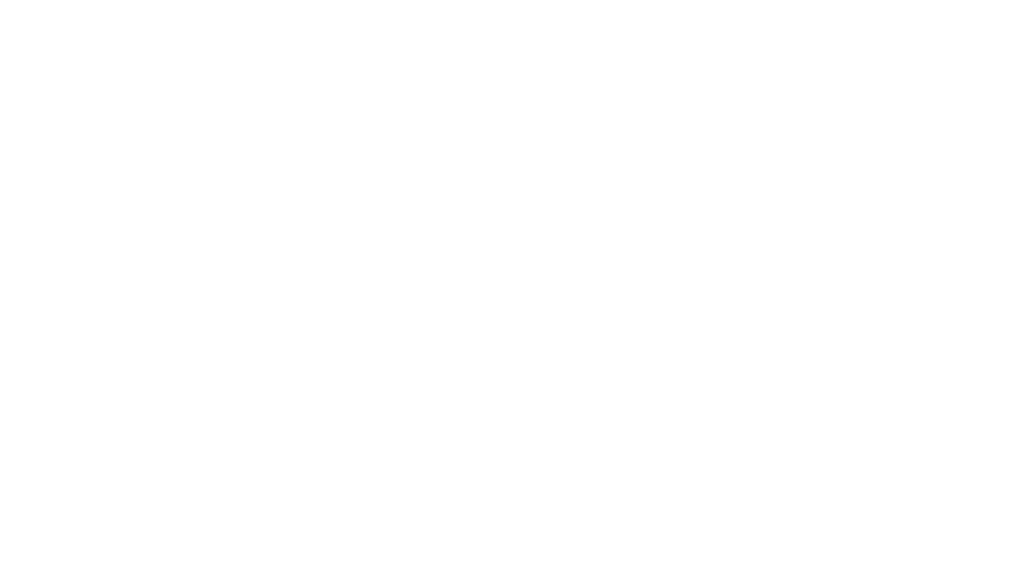
<source format=kicad_pcb>
(kicad_pcb (version 20240108) (generator pcbnew)
  (layers (0 "F.Cu" signal) (31 "B.Cu" signal) (34 "B.Paste" user) (35 "F.Paste" user) (36 "B.SilkS" user "B.Silkscreen") (37 "F.SilkS" user "F.Silkscreen") (38 "B.Mask" user) (39 "F.Mask" user) (44 "Edge.Cuts" user))
  (net 0 "")
  (footprint "MountingHole_5.5mm" (layer "F.Cu") (at 0 0)
    (property "Reference" "REF**")
    (property "Value" "MountingHole_5.5mm")
    (pad "" np_thru_hole circle (at 0 0) (size 5.5 5.5) (drill 5.5) (layers *.Cu *.Mask))
  )
)
</source>
